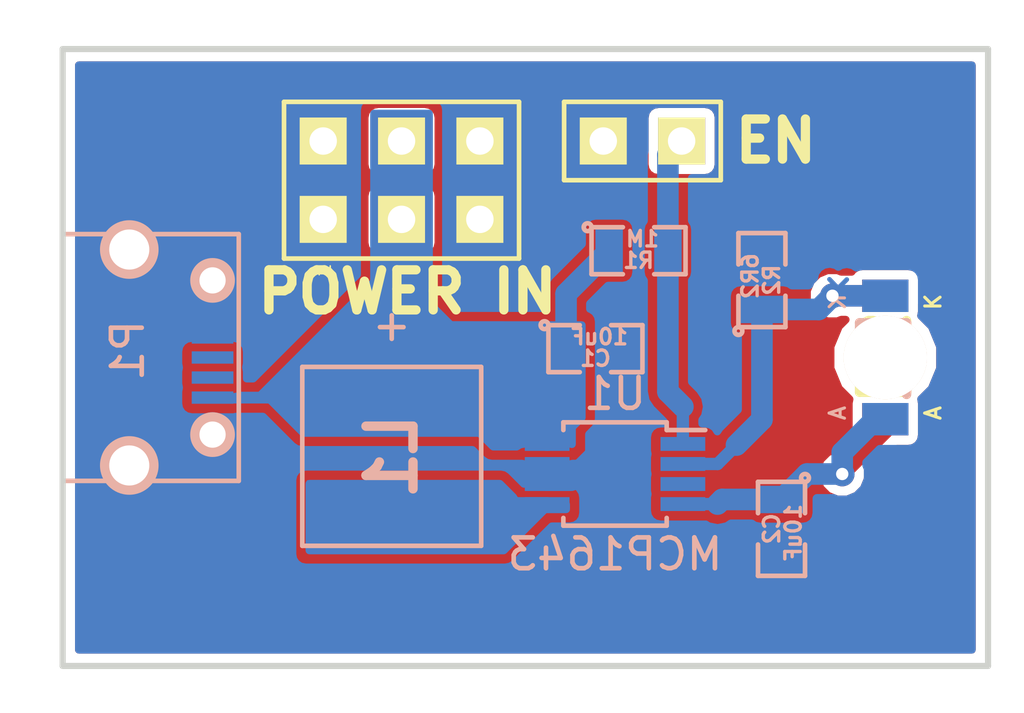
<source format=kicad_pcb>
(kicad_pcb (version 4) (host pcbnew 4.1.0-alpha+201607041450+6962~46~ubuntu16.04.1-product)

  (general
    (links 32)
    (no_connects 0)
    (area -2.032 -21.701572 32.09732 1.524001)
    (thickness 1.6)
    (drawings 6)
    (tracks 42)
    (zones 0)
    (modules 11)
    (nets 7)
  )

  (page A4)
  (layers
    (0 F.Cu signal)
    (31 B.Cu signal)
    (32 B.Adhes user)
    (33 F.Adhes user)
    (34 B.Paste user)
    (35 F.Paste user)
    (36 B.SilkS user)
    (37 F.SilkS user)
    (38 B.Mask user)
    (39 F.Mask user)
    (40 Dwgs.User user)
    (41 Cmts.User user)
    (42 Eco1.User user)
    (43 Eco2.User user)
    (44 Edge.Cuts user)
    (45 Margin user)
    (46 B.CrtYd user)
    (47 F.CrtYd user)
    (48 B.Fab user)
    (49 F.Fab user)
  )

  (setup
    (last_trace_width 0.3)
    (user_trace_width 0.3)
    (user_trace_width 0.4)
    (user_trace_width 0.5)
    (user_trace_width 0.6)
    (user_trace_width 0.7)
    (trace_clearance 0.2)
    (zone_clearance 0.3)
    (zone_45_only yes)
    (trace_min 0.2)
    (segment_width 0.2)
    (edge_width 0.2)
    (via_size 0.8)
    (via_drill 0.4)
    (via_min_size 0.7)
    (via_min_drill 0.3)
    (uvia_size 0.3)
    (uvia_drill 0.1)
    (uvias_allowed no)
    (uvia_min_size 0.3)
    (uvia_min_drill 0.1)
    (pcb_text_width 0.3)
    (pcb_text_size 1.5 1.5)
    (mod_edge_width 0.15)
    (mod_text_size 1 1)
    (mod_text_width 0.15)
    (pad_size 1.524 1.524)
    (pad_drill 0.762)
    (pad_to_mask_clearance 0.1)
    (aux_axis_origin 0 0)
    (visible_elements 7FFFFF7F)
    (pcbplotparams
      (layerselection 0x010e0_ffffffff)
      (usegerberextensions false)
      (excludeedgelayer true)
      (linewidth 0.500000)
      (plotframeref false)
      (viasonmask false)
      (mode 1)
      (useauxorigin false)
      (hpglpennumber 1)
      (hpglpenspeed 20)
      (hpglpendiameter 15)
      (psnegative false)
      (psa4output false)
      (plotreference true)
      (plotvalue true)
      (plotinvisibletext false)
      (padsonsilk false)
      (subtractmaskfromsilk false)
      (outputformat 1)
      (mirror false)
      (drillshape 0)
      (scaleselection 1)
      (outputdirectory CAM_PROFI/))
  )

  (net 0 "")
  (net 1 "Net-(C1-Pad1)")
  (net 2 GND)
  (net 3 "Net-(C2-Pad1)")
  (net 4 "Net-(D1-Pad1)")
  (net 5 "Net-(J2-Pad2)")
  (net 6 "Net-(L1-Pad2)")

  (net_class Default "Toto je výchozí třída sítě."
    (clearance 0.2)
    (trace_width 0.3)
    (via_dia 0.8)
    (via_drill 0.4)
    (uvia_dia 0.3)
    (uvia_drill 0.1)
    (add_net GND)
    (add_net "Net-(C1-Pad1)")
    (add_net "Net-(C2-Pad1)")
    (add_net "Net-(D1-Pad1)")
    (add_net "Net-(J2-Pad2)")
    (add_net "Net-(L1-Pad2)")
  )

  (module Mlab_R:SMD-0805 (layer B.Cu) (tedit 54799E0C) (tstamp 56EFEED1)
    (at 17.272 -10.287)
    (path /56EFE4FE)
    (attr smd)
    (fp_text reference C1 (at 0 0.3175) (layer B.SilkS)
      (effects (font (size 0.50038 0.50038) (thickness 0.10922)) (justify mirror))
    )
    (fp_text value 10uF (at 0.127 -0.381) (layer B.SilkS)
      (effects (font (size 0.50038 0.50038) (thickness 0.10922)) (justify mirror))
    )
    (fp_circle (center -1.651 -0.762) (end -1.651 -0.635) (layer B.SilkS) (width 0.15))
    (fp_line (start -0.508 -0.762) (end -1.524 -0.762) (layer B.SilkS) (width 0.15))
    (fp_line (start -1.524 -0.762) (end -1.524 0.762) (layer B.SilkS) (width 0.15))
    (fp_line (start -1.524 0.762) (end -0.508 0.762) (layer B.SilkS) (width 0.15))
    (fp_line (start 0.508 0.762) (end 1.524 0.762) (layer B.SilkS) (width 0.15))
    (fp_line (start 1.524 0.762) (end 1.524 -0.762) (layer B.SilkS) (width 0.15))
    (fp_line (start 1.524 -0.762) (end 0.508 -0.762) (layer B.SilkS) (width 0.15))
    (pad 1 smd rect (at -0.9525 0) (size 0.889 1.397) (layers B.Cu B.Paste B.Mask)
      (net 1 "Net-(C1-Pad1)"))
    (pad 2 smd rect (at 0.9525 0) (size 0.889 1.397) (layers B.Cu B.Paste B.Mask)
      (net 2 GND))
    (model MLAB_3D/Resistors/chip_cms.wrl
      (at (xyz 0 0 0))
      (scale (xyz 0.1 0.1 0.1))
      (rotate (xyz 0 0 0))
    )
  )

  (module Mlab_R:SMD-0805 (layer B.Cu) (tedit 54799E0C) (tstamp 56EFEED7)
    (at 23.3045 -4.445 270)
    (path /56EFE265)
    (attr smd)
    (fp_text reference C2 (at 0 0.3175 270) (layer B.SilkS)
      (effects (font (size 0.50038 0.50038) (thickness 0.10922)) (justify mirror))
    )
    (fp_text value 10uF (at 0.127 -0.381 270) (layer B.SilkS)
      (effects (font (size 0.50038 0.50038) (thickness 0.10922)) (justify mirror))
    )
    (fp_circle (center -1.651 -0.762) (end -1.651 -0.635) (layer B.SilkS) (width 0.15))
    (fp_line (start -0.508 -0.762) (end -1.524 -0.762) (layer B.SilkS) (width 0.15))
    (fp_line (start -1.524 -0.762) (end -1.524 0.762) (layer B.SilkS) (width 0.15))
    (fp_line (start -1.524 0.762) (end -0.508 0.762) (layer B.SilkS) (width 0.15))
    (fp_line (start 0.508 0.762) (end 1.524 0.762) (layer B.SilkS) (width 0.15))
    (fp_line (start 1.524 0.762) (end 1.524 -0.762) (layer B.SilkS) (width 0.15))
    (fp_line (start 1.524 -0.762) (end 0.508 -0.762) (layer B.SilkS) (width 0.15))
    (pad 1 smd rect (at -0.9525 0 270) (size 0.889 1.397) (layers B.Cu B.Paste B.Mask)
      (net 3 "Net-(C2-Pad1)"))
    (pad 2 smd rect (at 0.9525 0 270) (size 0.889 1.397) (layers B.Cu B.Paste B.Mask)
      (net 2 GND))
    (model MLAB_3D/Resistors/chip_cms.wrl
      (at (xyz 0 0 0))
      (scale (xyz 0.1 0.1 0.1))
      (rotate (xyz 0 0 0))
    )
  )

  (module Mlab_D:LED_1206 (layer B.Cu) (tedit 56BDB304) (tstamp 56EFEEDE)
    (at 26.67 -10 90)
    (descr "Diode Mini-MELF Standard")
    (tags "Diode Mini-MELF Standard")
    (path /56EFDF3B)
    (attr smd)
    (fp_text reference D1 (at 0 0 90) (layer B.SilkS)
      (effects (font (thickness 0.3048)) (justify mirror))
    )
    (fp_text value KPTD-3216SURC (at 0 -3.81 90) (layer B.SilkS) hide
      (effects (font (thickness 0.3048)) (justify mirror))
    )
    (fp_line (start 2.21488 -1.50622) (end 2.53492 -1.81102) (layer B.Cu) (width 0.15))
    (fp_line (start 2.25298 -1.52146) (end 2.5273 -1.24968) (layer B.Cu) (width 0.15))
    (fp_line (start 2.2225 -1.24968) (end 2.21742 -1.81864) (layer B.Cu) (width 0.15))
    (fp_text user A (at -1.80086 -1.5494 90) (layer B.SilkS)
      (effects (font (size 0.50038 0.50038) (thickness 0.09906)) (justify mirror))
    )
    (fp_text user K (at 1.80086 -1.5494 90) (layer B.SilkS)
      (effects (font (size 0.50038 0.50038) (thickness 0.09906)) (justify mirror))
    )
    (pad 2 smd rect (at -2 0 90) (size 1.05 1.5) (layers B.Cu B.Paste B.Mask)
      (net 3 "Net-(C2-Pad1)"))
    (pad 1 smd rect (at 2 0 90) (size 1.05 1.5) (layers B.Cu B.Paste B.Mask)
      (net 4 "Net-(D1-Pad1)"))
    (pad "" np_thru_hole circle (at 0 0 90) (size 2.7 2.7) (drill 2.7) (layers *.Cu *.Mask B.SilkS))
    (model MLAB_3D/Diodes/MiniMELF_DO213AA.wrl
      (at (xyz 0 0 0))
      (scale (xyz 0.3937 0.3937 0.3937))
      (rotate (xyz 0 0 0))
    )
  )

  (module Mlab_Pin_Headers:Straight_2x03 (layer F.Cu) (tedit 55DC1460) (tstamp 56EFEEE8)
    (at 10.9855 -15.748 90)
    (descr "pin header straight 2x03")
    (tags "pin header straight 2x03")
    (path /56EFEF67)
    (fp_text reference J1 (at 0 -5.08 90) (layer F.SilkS) hide
      (effects (font (size 1.5 1.5) (thickness 0.15)))
    )
    (fp_text value JUMP_3X2 (at 0 5.08 90) (layer F.SilkS) hide
      (effects (font (size 1.5 1.5) (thickness 0.15)))
    )
    (fp_text user 1 (at -2.921 -2.54 90) (layer F.SilkS)
      (effects (font (size 0.5 0.5) (thickness 0.05)))
    )
    (fp_line (start -2.54 -3.81) (end 2.54 -3.81) (layer F.SilkS) (width 0.15))
    (fp_line (start 2.54 -3.81) (end 2.54 3.81) (layer F.SilkS) (width 0.15))
    (fp_line (start 2.54 3.81) (end -2.54 3.81) (layer F.SilkS) (width 0.15))
    (fp_line (start -2.54 3.81) (end -2.54 -3.81) (layer F.SilkS) (width 0.15))
    (pad 1 thru_hole rect (at -1.27 -2.54 90) (size 1.524 1.524) (drill 0.889) (layers *.Cu *.Mask F.SilkS)
      (net 2 GND))
    (pad 2 thru_hole rect (at 1.27 -2.54 90) (size 1.524 1.524) (drill 0.889) (layers *.Cu *.Mask F.SilkS)
      (net 2 GND))
    (pad 3 thru_hole rect (at -1.27 0 90) (size 1.524 1.524) (drill 0.889) (layers *.Cu *.Mask F.SilkS)
      (net 1 "Net-(C1-Pad1)"))
    (pad 4 thru_hole rect (at 1.27 0 90) (size 1.524 1.524) (drill 0.889) (layers *.Cu *.Mask F.SilkS)
      (net 1 "Net-(C1-Pad1)"))
    (pad 5 thru_hole rect (at -1.27 2.54 90) (size 1.524 1.524) (drill 0.889) (layers *.Cu *.Mask F.SilkS)
      (net 2 GND))
    (pad 6 thru_hole rect (at 1.27 2.54 90) (size 1.524 1.524) (drill 0.889) (layers *.Cu *.Mask F.SilkS)
      (net 2 GND))
    (model Pin_Headers/Pin_Header_Straight_2x03.wrl
      (at (xyz 0 0 0))
      (scale (xyz 1 1 1))
      (rotate (xyz 0 0 90))
    )
  )

  (module Mlab_Pin_Headers:Straight_1x02 (layer F.Cu) (tedit 5535DB0D) (tstamp 56EFEEEE)
    (at 18.796 -17.018 90)
    (descr "pin header straight 1x02")
    (tags "pin header straight 1x02")
    (path /56EFE6FC)
    (fp_text reference J2 (at 0 -3.81 90) (layer F.SilkS) hide
      (effects (font (size 1.5 1.5) (thickness 0.15)))
    )
    (fp_text value CONN_2 (at 0 3.81 90) (layer F.SilkS) hide
      (effects (font (size 1.5 1.5) (thickness 0.15)))
    )
    (fp_text user 1 (at -1.651 -1.27 90) (layer F.SilkS) hide
      (effects (font (size 0.5 0.5) (thickness 0.05)))
    )
    (fp_line (start -1.27 -2.54) (end 1.27 -2.54) (layer F.SilkS) (width 0.15))
    (fp_line (start 1.27 -2.54) (end 1.27 2.54) (layer F.SilkS) (width 0.15))
    (fp_line (start 1.27 2.54) (end -1.27 2.54) (layer F.SilkS) (width 0.15))
    (fp_line (start -1.27 2.54) (end -1.27 -2.54) (layer F.SilkS) (width 0.15))
    (pad 2 thru_hole rect (at 0 1.27 90) (size 1.524 1.524) (drill 0.889) (layers *.Cu *.Mask F.SilkS)
      (net 5 "Net-(J2-Pad2)"))
    (pad 1 thru_hole rect (at 0 -1.27 90) (size 1.524 1.524) (drill 0.889) (layers *.Cu *.Mask F.SilkS)
      (net 2 GND))
    (model Pin_Headers/Pin_Header_Straight_1x02.wrl
      (at (xyz 0 0 0))
      (scale (xyz 1 1 1))
      (rotate (xyz 0 0 90))
    )
  )

  (module Mlab_L:DLG0504 (layer B.Cu) (tedit 56EFEB4E) (tstamp 56EFEEF4)
    (at 10.668 -6.7945 90)
    (descr "L DE1207")
    (path /56EFE8A6)
    (fp_text reference L1 (at 0 0 90) (layer B.SilkS)
      (effects (font (thickness 0.3048)) (justify mirror))
    )
    (fp_text value DLG-0504-4R7 (at 0.0127 -2.8956 90) (layer B.SilkS) hide
      (effects (font (size 0.50038 0.50038) (thickness 0.11938)) (justify mirror))
    )
    (fp_line (start -2.9 2.9) (end -2.9 -2.9) (layer B.SilkS) (width 0.15))
    (fp_line (start -2.9 -2.9) (end 2.9 -2.9) (layer B.SilkS) (width 0.15))
    (fp_line (start 2.9 -2.9) (end 2.9 2.9) (layer B.SilkS) (width 0.15))
    (fp_line (start 2.9 2.9) (end -2.9 2.9) (layer B.SilkS) (width 0.15))
    (fp_line (start 4.572 0) (end 3.81 0) (layer B.SilkS) (width 0.15))
    (fp_line (start 4.191 0.381) (end 4.191 -0.381) (layer B.SilkS) (width 0.15))
    (pad 1 smd rect (at 1.925 0 90) (size 2.3 5.5) (layers B.Cu B.Paste B.Mask)
      (net 1 "Net-(C1-Pad1)"))
    (pad 2 smd rect (at -1.925 0 90) (size 2.3 5.5) (layers B.Cu B.Paste B.Mask)
      (net 6 "Net-(L1-Pad2)"))
    (model Capacitors_SMD/c_elec_10x10_5.wrl
      (at (xyz 0 0 0))
      (scale (xyz 1 1 1))
      (rotate (xyz 0 0 0))
    )
  )

  (module Mlab_CON:uUSB-B (layer B.Cu) (tedit 56EBBD81) (tstamp 56EFEF03)
    (at 2.159 -10 90)
    (tags "uUSB-B MOLEX 1050170001")
    (path /56EFD884)
    (fp_text reference P1 (at 0.2286 -0.0508 90) (layer B.SilkS)
      (effects (font (size 1 1) (thickness 0.15)) (justify mirror))
    )
    (fp_text value USB_B (at 0.0508 4.6482 90) (layer B.Fab)
      (effects (font (size 1 1) (thickness 0.15)) (justify mirror))
    )
    (fp_line (start -4 3.55) (end 4 3.55) (layer B.SilkS) (width 0.15))
    (fp_line (start 4 3.55) (end 4 -2.15) (layer B.SilkS) (width 0.15))
    (fp_line (start 4 -2.15) (end -4 -2.15) (layer B.SilkS) (width 0.15))
    (fp_line (start -4 -2.15) (end -4 3.55) (layer B.SilkS) (width 0.15))
    (pad 5 thru_hole circle (at -2.5 2.7 90) (size 1.45 1.45) (drill 0.85) (layers *.Cu *.Mask B.SilkS)
      (net 2 GND))
    (pad 5 thru_hole circle (at 2.5 2.7 90) (size 1.45 1.45) (drill 0.85) (layers *.Cu *.Mask B.SilkS)
      (net 2 GND))
    (pad 3 smd trapezoid (at 0 2.7 90) (size 0.4 1.35) (layers B.Cu B.Paste B.Mask))
    (pad 2 smd trapezoid (at -0.65 2.7 90) (size 0.4 1.35) (layers B.Cu B.Paste B.Mask))
    (pad 1 smd trapezoid (at -1.3 2.7 90) (size 0.4 1.35) (layers B.Cu B.Paste B.Mask)
      (net 1 "Net-(C1-Pad1)"))
    (pad 4 smd trapezoid (at 0.65 2.7 90) (size 0.4 1.35) (layers B.Cu B.Paste B.Mask)
      (net 2 GND))
    (pad 5 smd trapezoid (at 1.3 2.7 90) (size 0.4 1.35) (layers B.Cu B.Paste B.Mask)
      (net 2 GND))
    (pad 5 smd trapezoid (at -1 0 90) (size 1.5 1.9) (layers B.Cu B.Paste B.Mask)
      (net 2 GND))
    (pad 5 smd trapezoid (at 1 0 90) (size 1.5 1.9) (layers B.Cu B.Paste B.Mask)
      (net 2 GND))
    (pad 5 thru_hole circle (at 3.5 0 90) (size 1.9 1.9) (drill 1.3) (layers *.Cu *.Mask B.SilkS)
      (net 2 GND))
    (pad 5 thru_hole circle (at -3.5 0 90) (size 1.9 1.9) (drill 1.3) (layers *.Cu *.Mask B.SilkS)
      (net 2 GND))
  )

  (module Mlab_R:SMD-0805 (layer B.Cu) (tedit 54799E0C) (tstamp 56EFEF09)
    (at 18.669 -13.462)
    (path /56EFDFFD)
    (attr smd)
    (fp_text reference R1 (at 0 0.3175) (layer B.SilkS)
      (effects (font (size 0.50038 0.50038) (thickness 0.10922)) (justify mirror))
    )
    (fp_text value 1M (at 0.127 -0.381) (layer B.SilkS)
      (effects (font (size 0.50038 0.50038) (thickness 0.10922)) (justify mirror))
    )
    (fp_circle (center -1.651 -0.762) (end -1.651 -0.635) (layer B.SilkS) (width 0.15))
    (fp_line (start -0.508 -0.762) (end -1.524 -0.762) (layer B.SilkS) (width 0.15))
    (fp_line (start -1.524 -0.762) (end -1.524 0.762) (layer B.SilkS) (width 0.15))
    (fp_line (start -1.524 0.762) (end -0.508 0.762) (layer B.SilkS) (width 0.15))
    (fp_line (start 0.508 0.762) (end 1.524 0.762) (layer B.SilkS) (width 0.15))
    (fp_line (start 1.524 0.762) (end 1.524 -0.762) (layer B.SilkS) (width 0.15))
    (fp_line (start 1.524 -0.762) (end 0.508 -0.762) (layer B.SilkS) (width 0.15))
    (pad 1 smd rect (at -0.9525 0) (size 0.889 1.397) (layers B.Cu B.Paste B.Mask)
      (net 1 "Net-(C1-Pad1)"))
    (pad 2 smd rect (at 0.9525 0) (size 0.889 1.397) (layers B.Cu B.Paste B.Mask)
      (net 5 "Net-(J2-Pad2)"))
    (model MLAB_3D/Resistors/chip_cms.wrl
      (at (xyz 0 0 0))
      (scale (xyz 0.1 0.1 0.1))
      (rotate (xyz 0 0 0))
    )
  )

  (module Mlab_R:SMD-0805 (layer B.Cu) (tedit 54799E0C) (tstamp 56EFEF0F)
    (at 22.6695 -12.5095 90)
    (path /56EFDF96)
    (attr smd)
    (fp_text reference R2 (at 0 0.3175 90) (layer B.SilkS)
      (effects (font (size 0.50038 0.50038) (thickness 0.10922)) (justify mirror))
    )
    (fp_text value 6R2 (at 0.127 -0.381 90) (layer B.SilkS)
      (effects (font (size 0.50038 0.50038) (thickness 0.10922)) (justify mirror))
    )
    (fp_circle (center -1.651 -0.762) (end -1.651 -0.635) (layer B.SilkS) (width 0.15))
    (fp_line (start -0.508 -0.762) (end -1.524 -0.762) (layer B.SilkS) (width 0.15))
    (fp_line (start -1.524 -0.762) (end -1.524 0.762) (layer B.SilkS) (width 0.15))
    (fp_line (start -1.524 0.762) (end -0.508 0.762) (layer B.SilkS) (width 0.15))
    (fp_line (start 0.508 0.762) (end 1.524 0.762) (layer B.SilkS) (width 0.15))
    (fp_line (start 1.524 0.762) (end 1.524 -0.762) (layer B.SilkS) (width 0.15))
    (fp_line (start 1.524 -0.762) (end 0.508 -0.762) (layer B.SilkS) (width 0.15))
    (pad 1 smd rect (at -0.9525 0 90) (size 0.889 1.397) (layers B.Cu B.Paste B.Mask)
      (net 4 "Net-(D1-Pad1)"))
    (pad 2 smd rect (at 0.9525 0 90) (size 0.889 1.397) (layers B.Cu B.Paste B.Mask)
      (net 2 GND))
    (model MLAB_3D/Resistors/chip_cms.wrl
      (at (xyz 0 0 0))
      (scale (xyz 0.1 0.1 0.1))
      (rotate (xyz 0 0 0))
    )
  )

  (module Mlab_IO:MSOP-8_3x3mm_Pitch0.65mm (layer B.Cu) (tedit 547A1DF7) (tstamp 56EFEF1B)
    (at 17.907 -6.223 180)
    (descr "8-Lead Plastic Micro Small Outline Package (MS) [MSOP] (see Microchip Packaging Specification 00000049BS.pdf)")
    (tags "SSOP 0.65")
    (path /56EFDEA0)
    (attr smd)
    (fp_text reference U1 (at 0 2.6 180) (layer B.SilkS)
      (effects (font (size 1 1) (thickness 0.15)) (justify mirror))
    )
    (fp_text value MCP1643 (at 0 -2.6 180) (layer B.SilkS)
      (effects (font (size 1 1) (thickness 0.15)) (justify mirror))
    )
    (fp_line (start -1.675 1.675) (end -1.675 1.425) (layer B.SilkS) (width 0.15))
    (fp_line (start 1.675 1.675) (end 1.675 1.425) (layer B.SilkS) (width 0.15))
    (fp_line (start 1.675 -1.675) (end 1.675 -1.425) (layer B.SilkS) (width 0.15))
    (fp_line (start -1.675 -1.675) (end -1.675 -1.425) (layer B.SilkS) (width 0.15))
    (fp_line (start -1.675 1.675) (end 1.675 1.675) (layer B.SilkS) (width 0.15))
    (fp_line (start -1.675 -1.675) (end 1.675 -1.675) (layer B.SilkS) (width 0.15))
    (fp_line (start -1.675 1.425) (end -2.925 1.425) (layer B.SilkS) (width 0.15))
    (pad 1 smd rect (at -2.2 0.975 180) (size 1.45 0.45) (layers B.Cu B.Paste B.Mask)
      (net 5 "Net-(J2-Pad2)"))
    (pad 2 smd rect (at -2.2 0.325 180) (size 1.45 0.45) (layers B.Cu B.Paste B.Mask)
      (net 4 "Net-(D1-Pad1)"))
    (pad 3 smd rect (at -2.2 -0.325 180) (size 1.45 0.45) (layers B.Cu B.Paste B.Mask))
    (pad 4 smd rect (at -2.2 -0.975 180) (size 1.45 0.45) (layers B.Cu B.Paste B.Mask)
      (net 3 "Net-(C2-Pad1)"))
    (pad 5 smd rect (at 2.2 -0.975 180) (size 1.45 0.45) (layers B.Cu B.Paste B.Mask)
      (net 6 "Net-(L1-Pad2)"))
    (pad 6 smd rect (at 2.2 -0.325 180) (size 1.45 0.45) (layers B.Cu B.Paste B.Mask)
      (net 2 GND))
    (pad 7 smd rect (at 2.2 0.325 180) (size 1.45 0.45) (layers B.Cu B.Paste B.Mask)
      (net 2 GND))
    (pad 8 smd rect (at 2.2 0.975 180) (size 1.45 0.45) (layers B.Cu B.Paste B.Mask)
      (net 1 "Net-(C1-Pad1)"))
    (model D:/Honza/library/KiCAD/MLAB_3D/IO/MSOP_8.wrl
      (at (xyz 0 0 0))
      (scale (xyz 0.4 0.4 0.4))
      (rotate (xyz 0 0 90))
    )
  )

  (module Mlab_D:LED_1206 (layer F.Cu) (tedit 56BDB304) (tstamp 56EFF175)
    (at 26.67 -10 90)
    (descr "Diode Mini-MELF Standard")
    (tags "Diode Mini-MELF Standard")
    (path /56EFFAF2)
    (attr smd)
    (fp_text reference D2 (at 0 0 90) (layer F.SilkS)
      (effects (font (thickness 0.3048)))
    )
    (fp_text value KPTD-3216SURC (at 0 3.81 90) (layer F.SilkS) hide
      (effects (font (thickness 0.3048)))
    )
    (fp_line (start 2.21488 1.50622) (end 2.53492 1.81102) (layer F.Cu) (width 0.15))
    (fp_line (start 2.25298 1.52146) (end 2.5273 1.24968) (layer F.Cu) (width 0.15))
    (fp_line (start 2.2225 1.24968) (end 2.21742 1.81864) (layer F.Cu) (width 0.15))
    (fp_text user A (at -1.80086 1.5494 90) (layer F.SilkS)
      (effects (font (size 0.50038 0.50038) (thickness 0.09906)))
    )
    (fp_text user K (at 1.80086 1.5494 90) (layer F.SilkS)
      (effects (font (size 0.50038 0.50038) (thickness 0.09906)))
    )
    (pad 2 smd rect (at -2 0 90) (size 1.05 1.5) (layers F.Cu F.Paste F.Mask)
      (net 3 "Net-(C2-Pad1)"))
    (pad 1 smd rect (at 2 0 90) (size 1.05 1.5) (layers F.Cu F.Paste F.Mask)
      (net 4 "Net-(D1-Pad1)"))
    (pad "" np_thru_hole circle (at 0 0 90) (size 2.7 2.7) (drill 2.7) (layers *.Cu *.Mask F.SilkS))
    (model MLAB_3D/Diodes/MiniMELF_DO213AA.wrl
      (at (xyz 0 0 0))
      (scale (xyz 0.3937 0.3937 0.3937))
      (rotate (xyz 0 0 0))
    )
  )

  (gr_text EN (at 21.6535 -17.018) (layer F.SilkS)
    (effects (font (size 1.3 1.3) (thickness 0.3)) (justify left))
  )
  (gr_text "POWER IN" (at 11.176 -12.1285) (layer F.SilkS)
    (effects (font (size 1.3 1.3) (thickness 0.3)))
  )
  (gr_line (start 30 0) (end 0 0) (angle 90) (layer Edge.Cuts) (width 0.2))
  (gr_line (start 30 -20) (end 30 0) (angle 90) (layer Edge.Cuts) (width 0.2))
  (gr_line (start 0 -20) (end 30 -20) (angle 90) (layer Edge.Cuts) (width 0.2))
  (gr_line (start 0 0) (end 0 -20) (angle 90) (layer Edge.Cuts) (width 0.2))

  (segment (start 16.3195 -10.287) (end 16.3195 -8.8885) (width 0.7) (layer B.Cu) (net 1))
  (segment (start 16.3195 -8.8885) (end 15.707 -8.276) (width 0.7) (layer B.Cu) (net 1))
  (segment (start 15.707 -8.276) (end 15.707 -7.323001) (width 0.7) (layer B.Cu) (net 1))
  (segment (start 16.3195 -10.287) (end 16.3195 -12.065) (width 0.7) (layer B.Cu) (net 1))
  (segment (start 16.3195 -12.065) (end 17.7165 -13.462) (width 0.7) (layer B.Cu) (net 1))
  (segment (start 15.707 -5.898) (end 15.707 -6.548) (width 0.3) (layer B.Cu) (net 2))
  (segment (start 18.2245 -10.287) (end 18.2245 -7.775498) (width 0.7) (layer B.Cu) (net 2))
  (segment (start 16.472003 -6.023001) (end 15.707 -6.023001) (width 0.7) (layer B.Cu) (net 2))
  (segment (start 18.2245 -7.775498) (end 16.472003 -6.023001) (width 0.7) (layer B.Cu) (net 2))
  (segment (start 26.67 -8) (end 26.67 -7.62) (width 0.5) (layer F.Cu) (net 3))
  (segment (start 26.67 -7.62) (end 25.273 -6.223) (width 0.5) (layer F.Cu) (net 3))
  (segment (start 26.3515 -8) (end 25.273 -6.9215) (width 0.7) (layer B.Cu) (net 3))
  (segment (start 25.273 -6.9215) (end 25.273 -6.223) (width 0.7) (layer B.Cu) (net 3))
  (segment (start 26.67 -8) (end 26.3515 -8) (width 0.7) (layer B.Cu) (net 3))
  (segment (start 25.273 -6.223) (end 24.13 -6.223) (width 0.7) (layer B.Cu) (net 3))
  (segment (start 24.13 -6.223) (end 23.3045 -5.3975) (width 0.7) (layer B.Cu) (net 3))
  (via (at 25.273 -6.223) (size 0.8) (drill 0.4) (layers F.Cu B.Cu) (net 3))
  (segment (start 21.232 -5.248) (end 21.3815 -5.3975) (width 0.7) (layer B.Cu) (net 3))
  (segment (start 21.3815 -5.3975) (end 23.3045 -5.3975) (width 0.7) (layer B.Cu) (net 3))
  (segment (start 20.107 -5.248) (end 21.232 -5.248) (width 0.4) (layer B.Cu) (net 3))
  (segment (start 21.232 -5.248) (end 21.2545 -5.2705) (width 0.4) (layer B.Cu) (net 3))
  (segment (start 26.67 -12) (end 24.957 -12) (width 0.7) (layer B.Cu) (net 4))
  (segment (start 24.957 -12) (end 24.9555 -12.0015) (width 0.7) (layer B.Cu) (net 4))
  (segment (start 22.6695 -11.557) (end 24.511 -11.557) (width 0.7) (layer B.Cu) (net 4))
  (segment (start 24.511 -11.557) (end 24.9555 -12.0015) (width 0.7) (layer B.Cu) (net 4))
  (segment (start 24.9555 -12.0015) (end 26.6685 -12.0015) (width 0.7) (layer F.Cu) (net 4))
  (segment (start 26.6685 -12.0015) (end 26.67 -12) (width 0.7) (layer F.Cu) (net 4))
  (via (at 24.9555 -12.0015) (size 0.8) (drill 0.4) (layers F.Cu B.Cu) (net 4))
  (segment (start 26.6065 -12.0635) (end 26.67 -12) (width 0.7) (layer F.Cu) (net 4))
  (segment (start 21.844 -7.16) (end 22.6695 -7.9855) (width 0.7) (layer B.Cu) (net 4))
  (segment (start 22.6695 -7.9855) (end 22.6695 -11.557) (width 0.7) (layer B.Cu) (net 4))
  (segment (start 20.107 -6.548) (end 21.232 -6.548) (width 0.4) (layer B.Cu) (net 4))
  (segment (start 21.232 -6.548) (end 21.844 -7.16) (width 0.4) (layer B.Cu) (net 4))
  (segment (start 20.107 -8.4045) (end 19.6215 -8.89) (width 0.7) (layer B.Cu) (net 5))
  (segment (start 19.6215 -8.89) (end 19.6215 -13.462) (width 0.7) (layer B.Cu) (net 5))
  (segment (start 20.107 -7.198) (end 20.107 -8.4045) (width 0.4) (layer B.Cu) (net 5))
  (segment (start 19.6215 -13.462) (end 19.6215 -16.5735) (width 0.7) (layer B.Cu) (net 5))
  (segment (start 19.6215 -16.5735) (end 20.066 -17.018) (width 0.7) (layer B.Cu) (net 5))
  (segment (start 10.668 -4.8695) (end 13.918 -4.8695) (width 0.5) (layer B.Cu) (net 6))
  (segment (start 14.271499 -5.222999) (end 14.621999 -5.222999) (width 0.5) (layer B.Cu) (net 6))
  (segment (start 13.918 -4.8695) (end 14.271499 -5.222999) (width 0.5) (layer B.Cu) (net 6))
  (segment (start 14.621999 -5.222999) (end 15.707 -5.222999) (width 0.5) (layer B.Cu) (net 6))

  (zone (net 1) (net_name "Net-(C1-Pad1)") (layer B.Cu) (tstamp 0) (hatch edge 0.508)
    (priority 2)
    (connect_pads yes (clearance 0.3))
    (min_thickness 0.25)
    (fill yes (arc_segments 16) (thermal_gap 0.508) (thermal_bridge_width 0.508))
    (polygon
      (pts
        (xy 4.191 -8.89) (xy 6.35 -8.89) (xy 9.9695 -12.5095) (xy 9.9695 -18.034) (xy 12.0015 -18.034)
        (xy 12.0015 -11.811) (xy 12.634386 -11.178114) (xy 14.5415 -11.176) (xy 16.9545 -11.176) (xy 16.9545 -8.001)
        (xy 16.637 -7.6835) (xy 16.637 -6.985) (xy 14.986 -6.985) (xy 13.9065 -6.985) (xy 13.462 -7.4295)
        (xy 7.747 -7.4295) (xy 6.6675 -8.509) (xy 4.191 -8.509)
      )
    )
    (filled_polygon
      (pts
        (xy 11.8765 -11.811) (xy 11.886348 -11.762368) (xy 11.913112 -11.722612) (xy 12.545998 -11.089726) (xy 12.587349 -11.062301)
        (xy 12.634247 -11.053114) (xy 14.541361 -11.051) (xy 16.8295 -11.051) (xy 16.8295 -8.052776) (xy 16.548612 -7.771888)
        (xy 16.521187 -7.730537) (xy 16.512 -7.6835) (xy 16.512 -7.190125) (xy 16.432 -7.206326) (xy 14.982 -7.206326)
        (xy 14.824504 -7.176691) (xy 14.720864 -7.11) (xy 13.958276 -7.11) (xy 13.550388 -7.517888) (xy 13.509037 -7.545313)
        (xy 13.462 -7.5545) (xy 7.798776 -7.5545) (xy 6.755888 -8.597388) (xy 6.714537 -8.624813) (xy 6.6675 -8.634)
        (xy 5.126804 -8.634) (xy 5.088753 -8.6498) (xy 4.631254 -8.650199) (xy 4.592049 -8.634) (xy 4.316 -8.634)
        (xy 4.316 -8.716674) (xy 5.534 -8.716674) (xy 5.691496 -8.746309) (xy 5.720543 -8.765) (xy 6.35 -8.765)
        (xy 6.398632 -8.774848) (xy 6.438388 -8.801612) (xy 10.057888 -12.421112) (xy 10.085313 -12.462463) (xy 10.0945 -12.5095)
        (xy 10.0945 -17.909) (xy 11.8765 -17.909)
      )
    )
  )
  (zone (net 6) (net_name "Net-(L1-Pad2)") (layer B.Cu) (tstamp 56EFF79C) (hatch edge 0.508)
    (priority 2)
    (connect_pads yes (clearance 0.3))
    (min_thickness 0.25)
    (fill yes (arc_segments 16) (thermal_gap 0.508) (thermal_bridge_width 0.508))
    (polygon
      (pts
        (xy 14.7955 -5.461) (xy 16.4465 -5.461) (xy 16.4465 -4.953) (xy 15.6845 -4.953) (xy 14.351 -3.6195)
        (xy 7.874 -3.6195) (xy 7.874 -6.0325) (xy 14.224 -6.0325) (xy 14.7955 -5.461)
      )
    )
    (filled_polygon
      (pts
        (xy 14.603739 -5.475985) (xy 14.671389 -5.370854) (xy 14.813412 -5.273814) (xy 14.982 -5.239674) (xy 16.3215 -5.239674)
        (xy 16.3215 -5.078) (xy 15.6845 -5.078) (xy 15.635868 -5.068152) (xy 15.596112 -5.041388) (xy 14.299224 -3.7445)
        (xy 7.999 -3.7445) (xy 7.999 -5.9075) (xy 14.172224 -5.9075)
      )
    )
  )
  (zone (net 2) (net_name GND) (layer B.Cu) (tstamp 0) (hatch edge 0.508)
    (connect_pads yes (clearance 0.3))
    (min_thickness 0.25)
    (fill yes (arc_segments 16) (thermal_gap 0.508) (thermal_bridge_width 0.508))
    (polygon
      (pts
        (xy -1.016 -20.5105) (xy 30.607 -20.5105) (xy 30.48 0.889) (xy -0.762 0.762)
      )
    )
    (filled_polygon
      (pts
        (xy 29.475 -0.525) (xy 0.525 -0.525) (xy 0.525 -6.0325) (xy 7.449 -6.0325) (xy 7.449 -3.6195)
        (xy 7.478065 -3.465031) (xy 7.569357 -3.32316) (xy 7.708651 -3.227984) (xy 7.874 -3.1945) (xy 14.351 -3.1945)
        (xy 14.510924 -3.225737) (xy 14.65152 -3.31898) (xy 15.86054 -4.528) (xy 16.4465 -4.528) (xy 16.600969 -4.557065)
        (xy 16.74284 -4.648357) (xy 16.838016 -4.787651) (xy 16.8715 -4.953) (xy 16.8715 -5.461) (xy 16.842435 -5.615469)
        (xy 16.8369 -5.624071) (xy 16.835691 -5.630496) (xy 16.742611 -5.775146) (xy 16.600588 -5.872186) (xy 16.432 -5.906326)
        (xy 14.982 -5.906326) (xy 14.956089 -5.901451) (xy 14.52452 -6.33302) (xy 14.389349 -6.424016) (xy 14.224 -6.4575)
        (xy 7.874 -6.4575) (xy 7.719531 -6.428435) (xy 7.57766 -6.337143) (xy 7.482484 -6.197849) (xy 7.449 -6.0325)
        (xy 0.525 -6.0325) (xy 0.525 -10.2) (xy 3.750674 -10.2) (xy 3.750674 -9.8) (xy 3.775058 -9.670411)
        (xy 3.750674 -9.55) (xy 3.750674 -9.15) (xy 3.775058 -9.020411) (xy 3.750674 -8.9) (xy 3.750674 -8.5)
        (xy 3.780309 -8.342504) (xy 3.873389 -8.197854) (xy 4.015412 -8.100814) (xy 4.184 -8.066674) (xy 5.534 -8.066674)
        (xy 5.626079 -8.084) (xy 6.49146 -8.084) (xy 7.44648 -7.12898) (xy 7.581651 -7.037984) (xy 7.747 -7.0045)
        (xy 13.28596 -7.0045) (xy 13.60598 -6.68448) (xy 13.741151 -6.593484) (xy 13.9065 -6.56) (xy 14.881627 -6.56)
        (xy 14.982 -6.539674) (xy 16.432 -6.539674) (xy 16.540023 -6.56) (xy 16.637 -6.56) (xy 16.791469 -6.589065)
        (xy 16.93334 -6.680357) (xy 17.028516 -6.819651) (xy 17.062 -6.985) (xy 17.062 -7.50746) (xy 17.25502 -7.70048)
        (xy 17.346016 -7.835651) (xy 17.3795 -8.001) (xy 17.3795 -11.176) (xy 17.350435 -11.330469) (xy 17.259143 -11.47234)
        (xy 17.119849 -11.567516) (xy 17.0945 -11.572649) (xy 17.0945 -11.743984) (xy 17.68069 -12.330174) (xy 18.161 -12.330174)
        (xy 18.318496 -12.359809) (xy 18.463146 -12.452889) (xy 18.560186 -12.594912) (xy 18.594326 -12.7635) (xy 18.594326 -14.1605)
        (xy 18.743674 -14.1605) (xy 18.743674 -12.7635) (xy 18.773309 -12.606004) (xy 18.8465 -12.492262) (xy 18.8465 -8.89)
        (xy 18.905493 -8.59342) (xy 19.073492 -8.341992) (xy 19.482 -7.933484) (xy 19.482 -7.856326) (xy 19.382 -7.856326)
        (xy 19.224504 -7.826691) (xy 19.079854 -7.733611) (xy 18.982814 -7.591588) (xy 18.948674 -7.423) (xy 18.948674 -6.973)
        (xy 18.968181 -6.869329) (xy 18.948674 -6.773) (xy 18.948674 -6.323) (xy 18.968181 -6.219329) (xy 18.948674 -6.123)
        (xy 18.948674 -5.673) (xy 18.968181 -5.569329) (xy 18.948674 -5.473) (xy 18.948674 -5.023) (xy 18.978309 -4.865504)
        (xy 19.071389 -4.720854) (xy 19.213412 -4.623814) (xy 19.382 -4.589674) (xy 20.832 -4.589674) (xy 20.845338 -4.592184)
        (xy 20.93542 -4.531993) (xy 21.232 -4.473) (xy 21.52858 -4.531993) (xy 21.664033 -4.6225) (xy 22.336887 -4.6225)
        (xy 22.437412 -4.553814) (xy 22.606 -4.519674) (xy 24.003 -4.519674) (xy 24.160496 -4.549309) (xy 24.305146 -4.642389)
        (xy 24.402186 -4.784412) (xy 24.436326 -4.953) (xy 24.436326 -5.43331) (xy 24.451016 -5.448) (xy 24.988109 -5.448)
        (xy 25.108177 -5.398143) (xy 25.436383 -5.397857) (xy 25.739715 -5.523191) (xy 25.971993 -5.755065) (xy 26.097857 -6.058177)
        (xy 26.098143 -6.386383) (xy 26.048 -6.507739) (xy 26.048 -6.600484) (xy 26.48919 -7.041674) (xy 27.42 -7.041674)
        (xy 27.577496 -7.071309) (xy 27.722146 -7.164389) (xy 27.819186 -7.306412) (xy 27.853326 -7.475) (xy 27.853326 -8.525)
        (xy 27.829846 -8.649783) (xy 28.173894 -8.993231) (xy 28.444691 -9.645382) (xy 28.445307 -10.35152) (xy 28.175649 -11.004143)
        (xy 27.828415 -11.351984) (xy 27.853326 -11.475) (xy 27.853326 -12.525) (xy 27.823691 -12.682496) (xy 27.730611 -12.827146)
        (xy 27.588588 -12.924186) (xy 27.42 -12.958326) (xy 25.92 -12.958326) (xy 25.762504 -12.928691) (xy 25.73203 -12.909082)
        (xy 25.609511 -12.990125) (xy 25.417994 -13.027294) (xy 25.226832 -12.988345) (xy 25.145127 -12.9332) (xy 25.061528 -12.992057)
        (xy 24.871171 -13.034771) (xy 24.678959 -13.001388) (xy 24.514152 -12.896989) (xy 24.401843 -12.737468) (xy 24.366291 -12.579028)
        (xy 24.256507 -12.469435) (xy 24.206152 -12.348168) (xy 24.189984 -12.332) (xy 23.637113 -12.332) (xy 23.536588 -12.400686)
        (xy 23.368 -12.434826) (xy 21.971 -12.434826) (xy 21.813504 -12.405191) (xy 21.668854 -12.312111) (xy 21.571814 -12.170088)
        (xy 21.537674 -12.0015) (xy 21.537674 -11.1125) (xy 21.567309 -10.955004) (xy 21.660389 -10.810354) (xy 21.802412 -10.713314)
        (xy 21.8945 -10.694666) (xy 21.8945 -8.306516) (xy 21.295992 -7.708008) (xy 21.223475 -7.599479) (xy 21.142611 -7.725146)
        (xy 21.000588 -7.822186) (xy 20.832 -7.856326) (xy 20.732 -7.856326) (xy 20.732 -7.971719) (xy 20.823007 -8.10792)
        (xy 20.882001 -8.4045) (xy 20.823007 -8.701079) (xy 20.655008 -8.952508) (xy 20.3965 -9.211016) (xy 20.3965 -12.494387)
        (xy 20.465186 -12.594912) (xy 20.499326 -12.7635) (xy 20.499326 -14.1605) (xy 20.469691 -14.317996) (xy 20.3965 -14.431738)
        (xy 20.3965 -15.822674) (xy 20.828 -15.822674) (xy 20.985496 -15.852309) (xy 21.130146 -15.945389) (xy 21.227186 -16.087412)
        (xy 21.261326 -16.256) (xy 21.261326 -17.78) (xy 21.231691 -17.937496) (xy 21.138611 -18.082146) (xy 20.996588 -18.179186)
        (xy 20.828 -18.213326) (xy 19.304 -18.213326) (xy 19.146504 -18.183691) (xy 19.001854 -18.090611) (xy 18.904814 -17.948588)
        (xy 18.870674 -17.78) (xy 18.870674 -16.695032) (xy 18.8465 -16.5735) (xy 18.8465 -14.429613) (xy 18.777814 -14.329088)
        (xy 18.743674 -14.1605) (xy 18.594326 -14.1605) (xy 18.564691 -14.317996) (xy 18.471611 -14.462646) (xy 18.329588 -14.559686)
        (xy 18.161 -14.593826) (xy 17.272 -14.593826) (xy 17.114504 -14.564191) (xy 16.969854 -14.471111) (xy 16.872814 -14.329088)
        (xy 16.838674 -14.1605) (xy 16.838674 -13.68019) (xy 15.771492 -12.613008) (xy 15.603493 -12.36158) (xy 15.5445 -12.065)
        (xy 15.5445 -11.601) (xy 14.541971 -11.601) (xy 12.810621 -11.602919) (xy 12.4265 -11.98704) (xy 12.4265 -18.034)
        (xy 12.397435 -18.188469) (xy 12.306143 -18.33034) (xy 12.166849 -18.425516) (xy 12.0015 -18.459) (xy 9.9695 -18.459)
        (xy 9.815031 -18.429935) (xy 9.67316 -18.338643) (xy 9.577984 -18.199349) (xy 9.5445 -18.034) (xy 9.5445 -12.68554)
        (xy 6.17396 -9.315) (xy 5.967326 -9.315) (xy 5.967326 -9.55) (xy 5.942942 -9.679589) (xy 5.967326 -9.8)
        (xy 5.967326 -10.2) (xy 5.937691 -10.357496) (xy 5.844611 -10.502146) (xy 5.702588 -10.599186) (xy 5.534 -10.633326)
        (xy 4.184 -10.633326) (xy 4.026504 -10.603691) (xy 3.881854 -10.510611) (xy 3.784814 -10.368588) (xy 3.750674 -10.2)
        (xy 0.525 -10.2) (xy 0.525 -19.475) (xy 29.475 -19.475)
      )
    )
  )
  (zone (net 2) (net_name GND) (layer F.Cu) (tstamp 0) (hatch edge 0.508)
    (priority 2)
    (connect_pads yes (clearance 0.3))
    (min_thickness 0.25)
    (fill yes (arc_segments 16) (thermal_gap 0.508) (thermal_bridge_width 0.508))
    (polygon
      (pts
        (xy -1.9685 -21.59) (xy 31.1785 -21.1455) (xy 31.115 1.2065) (xy -2.032 1.524)
      )
    )
    (filled_polygon
      (pts
        (xy 29.475 -0.525) (xy 0.525 -0.525) (xy 0.525 -11.838117) (xy 24.130357 -11.838117) (xy 24.255691 -11.534785)
        (xy 24.487565 -11.302507) (xy 24.790677 -11.176643) (xy 25.118883 -11.176357) (xy 25.240239 -11.2265) (xy 25.386221 -11.2265)
        (xy 25.166106 -11.006769) (xy 24.895309 -10.354618) (xy 24.894693 -9.64848) (xy 25.164351 -8.995857) (xy 25.511585 -8.648016)
        (xy 25.486674 -8.525) (xy 25.486674 -7.475) (xy 25.499934 -7.404528) (xy 25.143519 -7.048113) (xy 25.109617 -7.048143)
        (xy 24.806285 -6.922809) (xy 24.574007 -6.690935) (xy 24.448143 -6.387823) (xy 24.447857 -6.059617) (xy 24.573191 -5.756285)
        (xy 24.805065 -5.524007) (xy 25.108177 -5.398143) (xy 25.436383 -5.397857) (xy 25.739715 -5.523191) (xy 25.971993 -5.755065)
        (xy 26.097857 -6.058177) (xy 26.097888 -6.093294) (xy 27.046268 -7.041674) (xy 27.42 -7.041674) (xy 27.577496 -7.071309)
        (xy 27.722146 -7.164389) (xy 27.819186 -7.306412) (xy 27.853326 -7.475) (xy 27.853326 -8.525) (xy 27.829846 -8.649783)
        (xy 28.173894 -8.993231) (xy 28.444691 -9.645382) (xy 28.445307 -10.35152) (xy 28.175649 -11.004143) (xy 27.828415 -11.351984)
        (xy 27.853326 -11.475) (xy 27.853326 -11.735406) (xy 27.915216 -11.72252) (xy 28.157748 -11.720355) (xy 28.188411 -11.715029)
        (xy 28.210063 -11.719887) (xy 28.484176 -11.71744) (xy 28.67585 -11.75379) (xy 28.839023 -11.860724) (xy 28.948854 -12.021961)
        (xy 28.98862 -12.212956) (xy 28.954282 -12.394019) (xy 28.980871 -12.547111) (xy 28.938157 -12.737468) (xy 28.825848 -12.896989)
        (xy 28.661041 -13.001388) (xy 28.468829 -13.034771) (xy 28.278472 -12.992057) (xy 28.194873 -12.9332) (xy 28.113168 -12.988345)
        (xy 27.922006 -13.027294) (xy 27.730489 -12.990125) (xy 27.609354 -12.909997) (xy 27.588588 -12.924186) (xy 27.42 -12.958326)
        (xy 25.92 -12.958326) (xy 25.762504 -12.928691) (xy 25.617854 -12.835611) (xy 25.577465 -12.7765) (xy 25.240391 -12.7765)
        (xy 25.120323 -12.826357) (xy 24.792117 -12.826643) (xy 24.488785 -12.701309) (xy 24.256507 -12.469435) (xy 24.130643 -12.166323)
        (xy 24.130357 -11.838117) (xy 0.525 -11.838117) (xy 0.525 -15.24) (xy 9.790174 -15.24) (xy 9.790174 -13.716)
        (xy 9.819809 -13.558504) (xy 9.912889 -13.413854) (xy 10.054912 -13.316814) (xy 10.2235 -13.282674) (xy 11.7475 -13.282674)
        (xy 11.904996 -13.312309) (xy 12.049646 -13.405389) (xy 12.146686 -13.547412) (xy 12.180826 -13.716) (xy 12.180826 -15.24)
        (xy 12.151191 -15.397496) (xy 12.058111 -15.542146) (xy 11.916088 -15.639186) (xy 11.7475 -15.673326) (xy 10.2235 -15.673326)
        (xy 10.066004 -15.643691) (xy 9.921354 -15.550611) (xy 9.824314 -15.408588) (xy 9.790174 -15.24) (xy 0.525 -15.24)
        (xy 0.525 -17.78) (xy 9.790174 -17.78) (xy 9.790174 -16.256) (xy 9.819809 -16.098504) (xy 9.912889 -15.953854)
        (xy 10.054912 -15.856814) (xy 10.2235 -15.822674) (xy 11.7475 -15.822674) (xy 11.904996 -15.852309) (xy 12.049646 -15.945389)
        (xy 12.146686 -16.087412) (xy 12.180826 -16.256) (xy 12.180826 -17.78) (xy 18.870674 -17.78) (xy 18.870674 -16.256)
        (xy 18.900309 -16.098504) (xy 18.993389 -15.953854) (xy 19.135412 -15.856814) (xy 19.304 -15.822674) (xy 20.828 -15.822674)
        (xy 20.985496 -15.852309) (xy 21.130146 -15.945389) (xy 21.227186 -16.087412) (xy 21.261326 -16.256) (xy 21.261326 -17.78)
        (xy 21.231691 -17.937496) (xy 21.138611 -18.082146) (xy 20.996588 -18.179186) (xy 20.828 -18.213326) (xy 19.304 -18.213326)
        (xy 19.146504 -18.183691) (xy 19.001854 -18.090611) (xy 18.904814 -17.948588) (xy 18.870674 -17.78) (xy 12.180826 -17.78)
        (xy 12.151191 -17.937496) (xy 12.058111 -18.082146) (xy 11.916088 -18.179186) (xy 11.7475 -18.213326) (xy 10.2235 -18.213326)
        (xy 10.066004 -18.183691) (xy 9.921354 -18.090611) (xy 9.824314 -17.948588) (xy 9.790174 -17.78) (xy 0.525 -17.78)
        (xy 0.525 -19.475) (xy 29.475 -19.475)
      )
    )
  )
)

</source>
